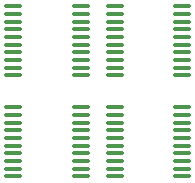
<source format=gbp>
G04 #@! TF.GenerationSoftware,KiCad,Pcbnew,7.0.10-7.0.10~ubuntu22.04.1*
G04 #@! TF.CreationDate,2024-03-22T17:45:40+01:00*
G04 #@! TF.ProjectId,dac-base-board,6461632d-6261-4736-952d-626f6172642e,v0.1*
G04 #@! TF.SameCoordinates,Original*
G04 #@! TF.FileFunction,Paste,Bot*
G04 #@! TF.FilePolarity,Positive*
%FSLAX46Y46*%
G04 Gerber Fmt 4.6, Leading zero omitted, Abs format (unit mm)*
G04 Created by KiCad (PCBNEW 7.0.10-7.0.10~ubuntu22.04.1) date 2024-03-22 17:45:40*
%MOMM*%
%LPD*%
G01*
G04 APERTURE LIST*
G04 Aperture macros list*
%AMRoundRect*
0 Rectangle with rounded corners*
0 $1 Rounding radius*
0 $2 $3 $4 $5 $6 $7 $8 $9 X,Y pos of 4 corners*
0 Add a 4 corners polygon primitive as box body*
4,1,4,$2,$3,$4,$5,$6,$7,$8,$9,$2,$3,0*
0 Add four circle primitives for the rounded corners*
1,1,$1+$1,$2,$3*
1,1,$1+$1,$4,$5*
1,1,$1+$1,$6,$7*
1,1,$1+$1,$8,$9*
0 Add four rect primitives between the rounded corners*
20,1,$1+$1,$2,$3,$4,$5,0*
20,1,$1+$1,$4,$5,$6,$7,0*
20,1,$1+$1,$6,$7,$8,$9,0*
20,1,$1+$1,$8,$9,$2,$3,0*%
G04 Aperture macros list end*
%ADD10RoundRect,0.100000X0.637500X0.100000X-0.637500X0.100000X-0.637500X-0.100000X0.637500X-0.100000X0*%
G04 APERTURE END LIST*
D10*
X37295000Y-44980000D03*
X37295000Y-45630000D03*
X37295000Y-46280000D03*
X37295000Y-46930000D03*
X37295000Y-47580000D03*
X37295000Y-48230000D03*
X37295000Y-48880000D03*
X37295000Y-49530000D03*
X37295000Y-50180000D03*
X37295000Y-50830000D03*
X31570000Y-50830000D03*
X31570000Y-50180000D03*
X31570000Y-49530000D03*
X31570000Y-48880000D03*
X31570000Y-48230000D03*
X31570000Y-47580000D03*
X31570000Y-46930000D03*
X31570000Y-46280000D03*
X31570000Y-45630000D03*
X31570000Y-44980000D03*
X45862500Y-44980000D03*
X45862500Y-45630000D03*
X45862500Y-46280000D03*
X45862500Y-46930000D03*
X45862500Y-47580000D03*
X45862500Y-48230000D03*
X45862500Y-48880000D03*
X45862500Y-49530000D03*
X45862500Y-50180000D03*
X45862500Y-50830000D03*
X40137500Y-50830000D03*
X40137500Y-50180000D03*
X40137500Y-49530000D03*
X40137500Y-48880000D03*
X40137500Y-48230000D03*
X40137500Y-47580000D03*
X40137500Y-46930000D03*
X40137500Y-46280000D03*
X40137500Y-45630000D03*
X40137500Y-44980000D03*
X31570000Y-36445000D03*
X31570000Y-37095000D03*
X31570000Y-37745000D03*
X31570000Y-38395000D03*
X31570000Y-39045000D03*
X31570000Y-39695000D03*
X31570000Y-40345000D03*
X31570000Y-40995000D03*
X31570000Y-41645000D03*
X31570000Y-42295000D03*
X37295000Y-42295000D03*
X37295000Y-41645000D03*
X37295000Y-40995000D03*
X37295000Y-40345000D03*
X37295000Y-39695000D03*
X37295000Y-39045000D03*
X37295000Y-38395000D03*
X37295000Y-37745000D03*
X37295000Y-37095000D03*
X37295000Y-36445000D03*
X40137500Y-36445000D03*
X40137500Y-37095000D03*
X40137500Y-37745000D03*
X40137500Y-38395000D03*
X40137500Y-39045000D03*
X40137500Y-39695000D03*
X40137500Y-40345000D03*
X40137500Y-40995000D03*
X40137500Y-41645000D03*
X40137500Y-42295000D03*
X45862500Y-42295000D03*
X45862500Y-41645000D03*
X45862500Y-40995000D03*
X45862500Y-40345000D03*
X45862500Y-39695000D03*
X45862500Y-39045000D03*
X45862500Y-38395000D03*
X45862500Y-37745000D03*
X45862500Y-37095000D03*
X45862500Y-36445000D03*
M02*

</source>
